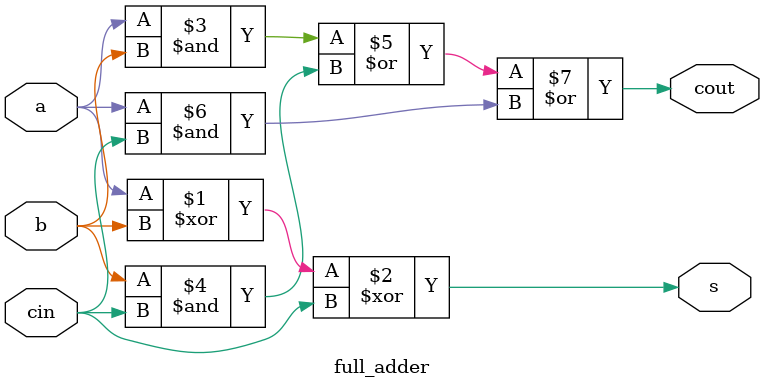
<source format=sv>

module full_adder (
        input a,
        input b,
        input cin,
        output s,
        output cout);
    assign s = a^b^cin;
    assign cout = (a&b) | (b&cin) | (a&cin);
endmodule


</source>
